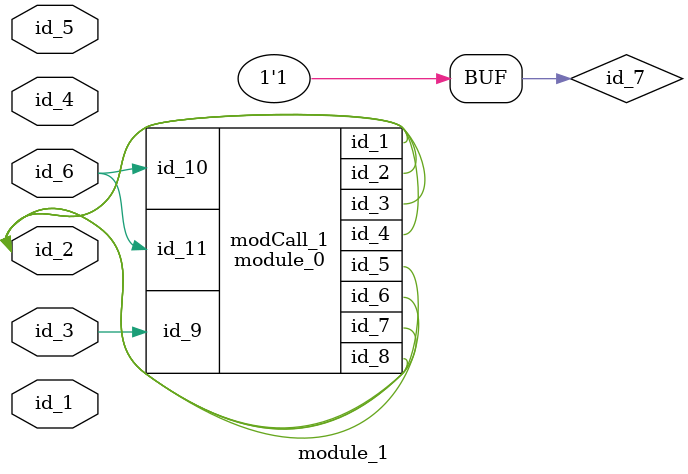
<source format=v>
module module_0 (
    id_1,
    id_2,
    id_3,
    id_4,
    id_5,
    id_6,
    id_7,
    id_8,
    id_9,
    id_10,
    id_11
);
  input wire id_11;
  input wire id_10;
  input wire id_9;
  output wire id_8;
  inout wire id_7;
  output wire id_6;
  output wire id_5;
  inout wire id_4;
  inout wire id_3;
  output wire id_2;
  inout wire id_1;
  localparam id_12 = 1 == 1;
endmodule
module module_1 (
    id_1,
    id_2,
    id_3,
    id_4,
    id_5,
    id_6
);
  input wire id_6;
  input wire id_5;
  input wire id_4;
  input wire id_3;
  inout wire id_2;
  module_0 modCall_1 (
      id_2,
      id_2,
      id_2,
      id_2,
      id_2,
      id_2,
      id_2,
      id_2,
      id_3,
      id_6,
      id_6
  );
  input wire id_1;
  tri id_7;
  assign id_7 = -1;
endmodule

</source>
